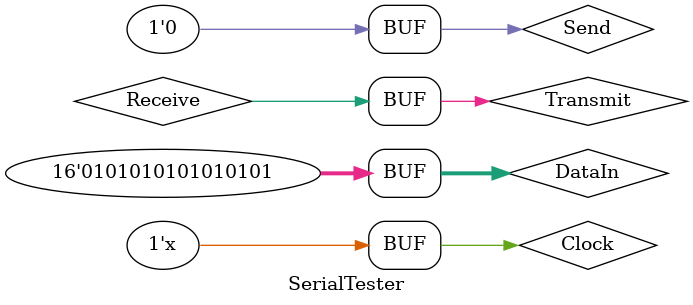
<source format=v>
`timescale 1ns / 1ps


module SerialTester;

	// Inputs
	reg Clock;
	reg Send;
	reg [15:0] DataIn;
	reg Receive;

	// Outputs
	wire Valid;
	wire [15:0] DataOut;
	wire Transmit;

	// Instantiate the Unit Under Test (UUT)
	SerialController uut (
		.Clock(Clock), 
		.Send(Send), 
		.DataIn(DataIn), 
		.Receive(Receive), 
		.Valid(Valid), 
		.DataOut(DataOut), 
		.Transmit(Transmit)
	);
	
	always
		begin
			Clock = ~Clock;
			Receive = Transmit;
			#5;
		end
		

	initial begin
		// Initialize Inputs
		Clock = 0;
		Send = 0;
		DataIn = 0;
		Receive = 0;

		// Wait 100 ns for global reset to finish
		#100;
		DataIn = 16'b0101010101010101;
		Send = 1;
		#10;
		Send = 0;
        
		// Add stimulus here

	end
      
endmodule


</source>
